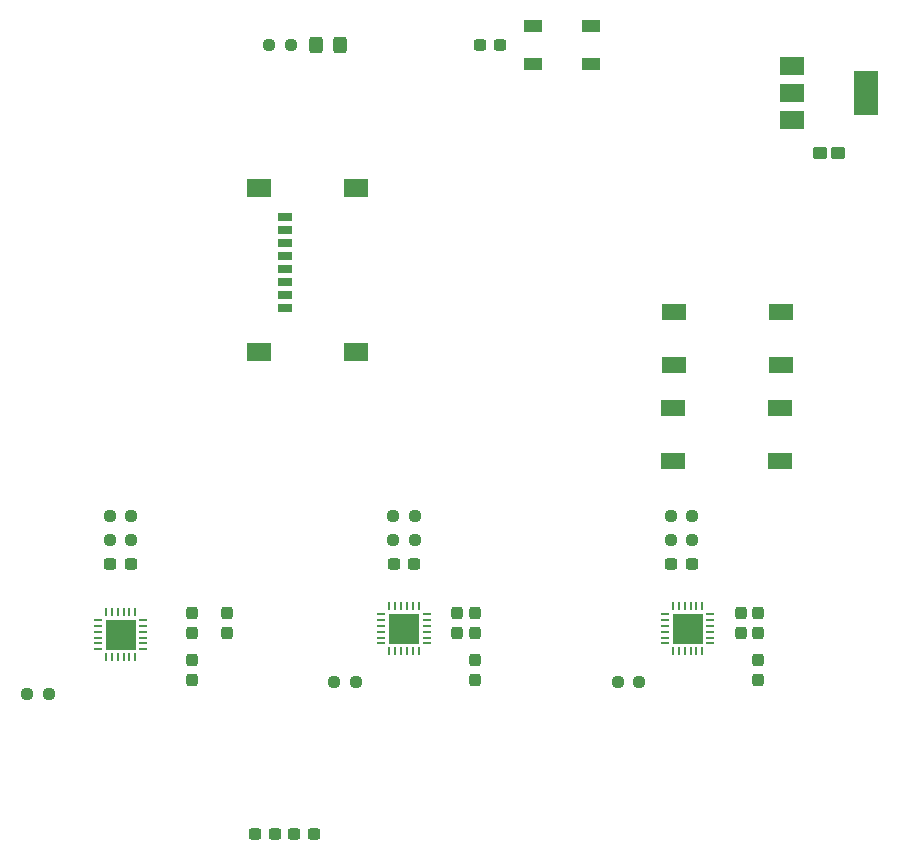
<source format=gbr>
%TF.GenerationSoftware,KiCad,Pcbnew,(6.0.6)*%
%TF.CreationDate,2022-08-28T18:07:26+02:00*%
%TF.ProjectId,PCAP04_Interface,50434150-3034-45f4-996e-746572666163,rev?*%
%TF.SameCoordinates,Original*%
%TF.FileFunction,Paste,Top*%
%TF.FilePolarity,Positive*%
%FSLAX46Y46*%
G04 Gerber Fmt 4.6, Leading zero omitted, Abs format (unit mm)*
G04 Created by KiCad (PCBNEW (6.0.6)) date 2022-08-28 18:07:26*
%MOMM*%
%LPD*%
G01*
G04 APERTURE LIST*
G04 Aperture macros list*
%AMRoundRect*
0 Rectangle with rounded corners*
0 $1 Rounding radius*
0 $2 $3 $4 $5 $6 $7 $8 $9 X,Y pos of 4 corners*
0 Add a 4 corners polygon primitive as box body*
4,1,4,$2,$3,$4,$5,$6,$7,$8,$9,$2,$3,0*
0 Add four circle primitives for the rounded corners*
1,1,$1+$1,$2,$3*
1,1,$1+$1,$4,$5*
1,1,$1+$1,$6,$7*
1,1,$1+$1,$8,$9*
0 Add four rect primitives between the rounded corners*
20,1,$1+$1,$2,$3,$4,$5,0*
20,1,$1+$1,$4,$5,$6,$7,0*
20,1,$1+$1,$6,$7,$8,$9,0*
20,1,$1+$1,$8,$9,$2,$3,0*%
G04 Aperture macros list end*
%ADD10RoundRect,0.250000X-0.375000X-0.275000X0.375000X-0.275000X0.375000X0.275000X-0.375000X0.275000X0*%
%ADD11R,2.000000X1.500000*%
%ADD12R,1.200000X0.800000*%
%ADD13RoundRect,0.237500X0.237500X-0.300000X0.237500X0.300000X-0.237500X0.300000X-0.237500X-0.300000X0*%
%ADD14RoundRect,0.237500X-0.237500X0.300000X-0.237500X-0.300000X0.237500X-0.300000X0.237500X0.300000X0*%
%ADD15RoundRect,0.237500X0.250000X0.237500X-0.250000X0.237500X-0.250000X-0.237500X0.250000X-0.237500X0*%
%ADD16RoundRect,0.237500X0.300000X0.237500X-0.300000X0.237500X-0.300000X-0.237500X0.300000X-0.237500X0*%
%ADD17O,0.750000X0.250000*%
%ADD18O,0.250000X0.750000*%
%ADD19R,2.600000X2.600000*%
%ADD20R,2.100000X1.400000*%
%ADD21RoundRect,0.237500X-0.250000X-0.237500X0.250000X-0.237500X0.250000X0.237500X-0.250000X0.237500X0*%
%ADD22RoundRect,0.237500X-0.300000X-0.237500X0.300000X-0.237500X0.300000X0.237500X-0.300000X0.237500X0*%
%ADD23RoundRect,0.250000X0.325000X0.450000X-0.325000X0.450000X-0.325000X-0.450000X0.325000X-0.450000X0*%
%ADD24R,2.000000X3.800000*%
%ADD25R,1.500000X1.000000*%
G04 APERTURE END LIST*
D10*
%TO.C,C30*%
X178524000Y-84455000D03*
X180124000Y-84455000D03*
%TD*%
D11*
%TO.C,J3*%
X131065000Y-87416000D03*
X131065000Y-101306000D03*
X139265000Y-101306000D03*
X139265000Y-87416000D03*
D12*
X133265000Y-97586000D03*
X133265000Y-96486000D03*
X133265000Y-95386000D03*
X133265000Y-94286000D03*
X133265000Y-93186000D03*
X133265000Y-92086000D03*
X133265000Y-90986000D03*
X133265000Y-89886000D03*
%TD*%
D13*
%TO.C,C4*%
X173349195Y-129099195D03*
X173349195Y-127374195D03*
%TD*%
D14*
%TO.C,C11*%
X147849195Y-123374195D03*
X147849195Y-125099195D03*
%TD*%
D15*
%TO.C,R7*%
X144261695Y-115236695D03*
X142436695Y-115236695D03*
%TD*%
D13*
%TO.C,C2*%
X149349195Y-129099195D03*
X149349195Y-127374195D03*
%TD*%
D16*
%TO.C,C6*%
X120211695Y-119236695D03*
X118486695Y-119236695D03*
%TD*%
D15*
%TO.C,R10*%
X167761695Y-115236695D03*
X165936695Y-115236695D03*
%TD*%
D17*
%TO.C,IC3*%
X169274195Y-125986695D03*
X169274195Y-125486695D03*
X169274195Y-124986695D03*
X169274195Y-124486695D03*
X169274195Y-123986695D03*
X169274195Y-123486695D03*
D18*
X168599195Y-122811695D03*
X168099195Y-122811695D03*
X167599195Y-122811695D03*
X167099195Y-122811695D03*
X166599195Y-122811695D03*
X166099195Y-122811695D03*
D17*
X165424195Y-123486695D03*
X165424195Y-123986695D03*
X165424195Y-124486695D03*
X165424195Y-124986695D03*
X165424195Y-125486695D03*
X165424195Y-125986695D03*
D18*
X166099195Y-126661695D03*
X166599195Y-126661695D03*
X167099195Y-126661695D03*
X167599195Y-126661695D03*
X168099195Y-126661695D03*
X168599195Y-126661695D03*
D19*
X167349195Y-124736695D03*
%TD*%
D14*
%TO.C,C10*%
X149349195Y-123374195D03*
X149349195Y-125099195D03*
%TD*%
D13*
%TO.C,C1*%
X125349195Y-129099195D03*
X125349195Y-127374195D03*
%TD*%
D20*
%TO.C,S2*%
X175200500Y-110581000D03*
X166100500Y-110581000D03*
X175200500Y-106081000D03*
X166100500Y-106081000D03*
%TD*%
D15*
%TO.C,R12*%
X163261695Y-129236695D03*
X161436695Y-129236695D03*
%TD*%
D21*
%TO.C,R1*%
X131920500Y-75311000D03*
X133745500Y-75311000D03*
%TD*%
D15*
%TO.C,R9*%
X139261695Y-129236695D03*
X137436695Y-129236695D03*
%TD*%
%TO.C,R5*%
X120261695Y-117236695D03*
X118436695Y-117236695D03*
%TD*%
%TO.C,R8*%
X144261695Y-117236695D03*
X142436695Y-117236695D03*
%TD*%
D17*
%TO.C,IC1*%
X121274195Y-126486695D03*
X121274195Y-125986695D03*
X121274195Y-125486695D03*
X121274195Y-124986695D03*
X121274195Y-124486695D03*
X121274195Y-123986695D03*
D18*
X120599195Y-123311695D03*
X120099195Y-123311695D03*
X119599195Y-123311695D03*
X119099195Y-123311695D03*
X118599195Y-123311695D03*
X118099195Y-123311695D03*
D17*
X117424195Y-123986695D03*
X117424195Y-124486695D03*
X117424195Y-124986695D03*
X117424195Y-125486695D03*
X117424195Y-125986695D03*
X117424195Y-126486695D03*
D18*
X118099195Y-127161695D03*
X118599195Y-127161695D03*
X119099195Y-127161695D03*
X119599195Y-127161695D03*
X120099195Y-127161695D03*
X120599195Y-127161695D03*
D19*
X119349195Y-125236695D03*
%TD*%
D13*
%TO.C,C7*%
X128349195Y-125099195D03*
X128349195Y-123374195D03*
%TD*%
D17*
%TO.C,IC2*%
X145274195Y-125986695D03*
X145274195Y-125486695D03*
X145274195Y-124986695D03*
X145274195Y-124486695D03*
X145274195Y-123986695D03*
X145274195Y-123486695D03*
D18*
X144599195Y-122811695D03*
X144099195Y-122811695D03*
X143599195Y-122811695D03*
X143099195Y-122811695D03*
X142599195Y-122811695D03*
X142099195Y-122811695D03*
D17*
X141424195Y-123486695D03*
X141424195Y-123986695D03*
X141424195Y-124486695D03*
X141424195Y-124986695D03*
X141424195Y-125486695D03*
X141424195Y-125986695D03*
D18*
X142099195Y-126661695D03*
X142599195Y-126661695D03*
X143099195Y-126661695D03*
X143599195Y-126661695D03*
X144099195Y-126661695D03*
X144599195Y-126661695D03*
D19*
X143349195Y-124736695D03*
%TD*%
D14*
%TO.C,C8*%
X125349195Y-123374195D03*
X125349195Y-125099195D03*
%TD*%
D15*
%TO.C,R4*%
X120261695Y-115236695D03*
X118436695Y-115236695D03*
%TD*%
D14*
%TO.C,C13*%
X173349195Y-123374195D03*
X173349195Y-125099195D03*
%TD*%
D20*
%TO.C,S3*%
X166175500Y-97953000D03*
X175275500Y-97953000D03*
X166175500Y-102453000D03*
X175275500Y-102453000D03*
%TD*%
D22*
%TO.C,C22*%
X134011500Y-142113000D03*
X135736500Y-142113000D03*
%TD*%
D23*
%TO.C,D2*%
X137922000Y-75311000D03*
X135872000Y-75311000D03*
%TD*%
D16*
%TO.C,C17*%
X132434500Y-142113000D03*
X130709500Y-142113000D03*
%TD*%
D15*
%TO.C,R11*%
X167761695Y-117236695D03*
X165936695Y-117236695D03*
%TD*%
D16*
%TO.C,C12*%
X167711695Y-119236695D03*
X165986695Y-119236695D03*
%TD*%
D11*
%TO.C,U3*%
X176174000Y-77075000D03*
D24*
X182474000Y-79375000D03*
D11*
X176174000Y-79375000D03*
X176174000Y-81675000D03*
%TD*%
D15*
%TO.C,R6*%
X113261695Y-130236695D03*
X111436695Y-130236695D03*
%TD*%
D25*
%TO.C,D3*%
X159168000Y-76911000D03*
X159168000Y-73711000D03*
X154268000Y-73711000D03*
X154268000Y-76911000D03*
%TD*%
D16*
%TO.C,C9*%
X144211695Y-119236695D03*
X142486695Y-119236695D03*
%TD*%
%TO.C,C5*%
X151484500Y-75311000D03*
X149759500Y-75311000D03*
%TD*%
D14*
%TO.C,C14*%
X171849195Y-123374195D03*
X171849195Y-125099195D03*
%TD*%
M02*

</source>
